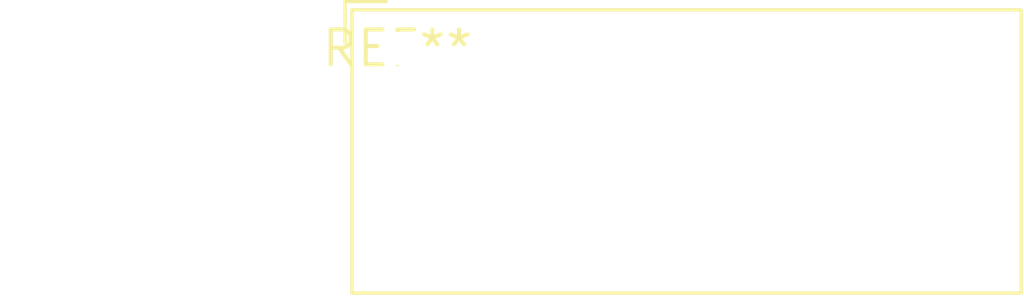
<source format=kicad_pcb>
(kicad_pcb (version 20240108) (generator pcbnew)
  (layers (0 "F.Cu" signal) (31 "B.Cu" signal) (34 "B.Paste" user) (35 "F.Paste" user) (36 "B.SilkS" user "B.Silkscreen") (37 "F.SilkS" user "F.Silkscreen") (38 "B.Mask" user) (39 "F.Mask" user) (44 "Edge.Cuts" user))
  (net 0 "")
  (footprint "Relay_SPST_Panasonic_ADW11" (layer "F.Cu") (at 0 0)
    (property "Reference" "REF**")
    (property "Value" "Relay_SPST_Panasonic_ADW11")
    (fp_line (start -1.9 -1.7) (end -0.4 -1.7) (layer "F.SilkS") (stroke (width 0.12)))
    (fp_line (start -1.9 -0.2) (end -1.9 -1.7) (layer "F.SilkS") (stroke (width 0.12)))
    (fp_line (start -1.65 -1.4) (end -1.65 8.9) (layer "F.SilkS") (stroke (width 0.12)))
    (fp_line (start -1.65 -1.4) (end 22.65 -1.4) (layer "F.SilkS") (stroke (width 0.12)))
    (fp_line (start -1.65 8.9) (end 22.65 8.9) (layer "F.SilkS") (stroke (width 0.12)))
    (fp_line (start 22.65 -1.4) (end 22.65 8.9) (layer "F.SilkS") (stroke (width 0.12)))
    (pad "13" thru_hole oval (at 17.5 0) (size 2.2 2.2) (drill 1.2) (layers *.Cu *.Mask) (remove_unused_layers))
    (pad "14" thru_hole oval (at 21 7.5) (size 2.2 2.2) (drill 1.2) (layers *.Cu *.Mask) (remove_unused_layers))
    (pad "A1" thru_hole roundrect (at 0 0) (size 2.2 2.2) (drill 1.2) (layers *.Cu *.Mask) (remove_unused_layers) (roundrect_rratio 0.1))
    (pad "A2" thru_hole circle (at 0 7.5) (size 2.2 2.2) (drill 1.2) (layers *.Cu *.Mask) (remove_unused_layers))
  )
)
</source>
